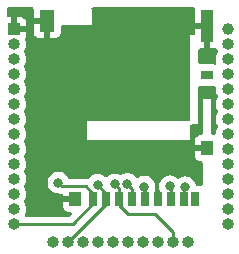
<source format=gtl>
G04 #@! TF.GenerationSoftware,KiCad,Pcbnew,6.0.9*
G04 #@! TF.CreationDate,2022-11-20T11:42:09+03:00*
G04 #@! TF.ProjectId,sd-card_adapter_esp32,73642d63-6172-4645-9f61-646170746572,rev?*
G04 #@! TF.SameCoordinates,Original*
G04 #@! TF.FileFunction,Copper,L1,Top*
G04 #@! TF.FilePolarity,Positive*
%FSLAX46Y46*%
G04 Gerber Fmt 4.6, Leading zero omitted, Abs format (unit mm)*
G04 Created by KiCad (PCBNEW 6.0.9) date 2022-11-20 11:42:09*
%MOMM*%
%LPD*%
G01*
G04 APERTURE LIST*
G04 #@! TA.AperFunction,ComponentPad*
%ADD10R,1.000000X1.000000*%
G04 #@! TD*
G04 #@! TA.AperFunction,ComponentPad*
%ADD11O,1.000000X1.000000*%
G04 #@! TD*
G04 #@! TA.AperFunction,ComponentPad*
%ADD12C,1.000000*%
G04 #@! TD*
G04 #@! TA.AperFunction,SMDPad,CuDef*
%ADD13R,1.300000X1.900000*%
G04 #@! TD*
G04 #@! TA.AperFunction,SMDPad,CuDef*
%ADD14R,1.000000X2.800000*%
G04 #@! TD*
G04 #@! TA.AperFunction,SMDPad,CuDef*
%ADD15R,1.000000X1.200000*%
G04 #@! TD*
G04 #@! TA.AperFunction,SMDPad,CuDef*
%ADD16R,1.000000X0.800000*%
G04 #@! TD*
G04 #@! TA.AperFunction,SMDPad,CuDef*
%ADD17R,0.700000X1.200000*%
G04 #@! TD*
G04 #@! TA.AperFunction,ViaPad*
%ADD18C,0.800000*%
G04 #@! TD*
G04 #@! TA.AperFunction,Conductor*
%ADD19C,0.250000*%
G04 #@! TD*
G04 APERTURE END LIST*
D10*
X102360000Y-63283750D03*
D11*
X102360000Y-64553750D03*
X102360000Y-65823750D03*
X102360000Y-67093750D03*
X102360000Y-68363750D03*
X102360000Y-69633750D03*
X102360000Y-70903750D03*
X102360000Y-72173750D03*
X102360000Y-73443750D03*
X102360000Y-74713750D03*
X102360000Y-75983750D03*
X102360000Y-77253750D03*
X102360000Y-78523750D03*
X102360000Y-79793750D03*
X105677500Y-81316250D03*
X106947500Y-81316250D03*
X108217500Y-81316250D03*
X109487500Y-81316250D03*
X110757500Y-81316250D03*
X112027500Y-81316250D03*
X113297500Y-81316250D03*
X114567500Y-81316250D03*
X115837500Y-81316250D03*
X117107500Y-81316250D03*
X120420000Y-79763750D03*
X120420000Y-78493750D03*
X120420000Y-77223750D03*
X120420000Y-75953750D03*
X120420000Y-74683750D03*
X120420000Y-73413750D03*
X120420000Y-72143750D03*
X120420000Y-70873750D03*
X120420000Y-69603750D03*
X120420000Y-68333750D03*
X120420000Y-67063750D03*
X120420000Y-65793750D03*
X120420000Y-64523750D03*
D12*
X120420000Y-63253750D03*
D13*
X105149998Y-62565000D03*
D14*
X118649998Y-63015000D03*
D15*
X118649998Y-73365000D03*
X107499998Y-77665000D03*
D16*
X118649998Y-67165000D03*
D17*
X117699998Y-77665000D03*
X116749998Y-77665000D03*
X115649998Y-77665000D03*
X114549998Y-77665000D03*
X113449998Y-77665000D03*
X112349998Y-77665000D03*
X111249998Y-77665000D03*
X110149998Y-77665000D03*
X109049998Y-77665000D03*
D18*
X106090000Y-76290000D03*
X109410609Y-76465592D03*
X110880000Y-76430000D03*
X113365000Y-76615000D03*
X115535000Y-76585000D03*
X116830000Y-76660000D03*
X111300000Y-68320000D03*
X104940000Y-67550000D03*
X111930000Y-76390000D03*
D19*
X109049998Y-77219998D02*
X109049998Y-77665000D01*
X107306250Y-79793750D02*
X102360000Y-79793750D01*
X108440000Y-76610000D02*
X109049998Y-77219998D01*
X109049998Y-78050002D02*
X107306250Y-79793750D01*
X106090000Y-76290000D02*
X106410000Y-76610000D01*
X106410000Y-76610000D02*
X108440000Y-76610000D01*
X109049998Y-77665000D02*
X109049998Y-78050002D01*
X109410609Y-76499391D02*
X109410609Y-76465592D01*
X106947500Y-81302500D02*
X110149998Y-78100002D01*
X110149998Y-77665000D02*
X110149998Y-77239998D01*
X109410000Y-76500000D02*
X109410609Y-76499391D01*
X106947500Y-81316250D02*
X106947500Y-81302500D01*
X110149998Y-78100002D02*
X110149998Y-77665000D01*
X110149998Y-77239998D02*
X109410000Y-76500000D01*
X111249998Y-77665000D02*
X111249998Y-76799998D01*
X112030000Y-78980000D02*
X111249998Y-78199998D01*
X115837500Y-81316250D02*
X115837500Y-80487500D01*
X114310000Y-78960000D02*
X112050000Y-78960000D01*
X111249998Y-76799998D02*
X110880000Y-76430000D01*
X112050000Y-78960000D02*
X112030000Y-78980000D01*
X115837500Y-80487500D02*
X114310000Y-78960000D01*
X111249998Y-78199998D02*
X111249998Y-77665000D01*
X113449998Y-76699998D02*
X113365000Y-76615000D01*
X113449998Y-77665000D02*
X113449998Y-76699998D01*
X115649998Y-76699998D02*
X115535000Y-76585000D01*
X115649998Y-77665000D02*
X115649998Y-76699998D01*
X116749998Y-76740002D02*
X116830000Y-76660000D01*
X116749998Y-77665000D02*
X116749998Y-76740002D01*
X112349998Y-76809998D02*
X111930000Y-76390000D01*
X112349998Y-77665000D02*
X112349998Y-76809998D01*
G04 #@! TA.AperFunction,Conductor*
G36*
X103934250Y-61458502D02*
G01*
X103980743Y-61512158D01*
X103991106Y-61566911D01*
X103991998Y-61566911D01*
X103991998Y-62292885D01*
X103996473Y-62308124D01*
X103997863Y-62309329D01*
X104005546Y-62311000D01*
X105277998Y-62311000D01*
X105346119Y-62331002D01*
X105392612Y-62384658D01*
X105403998Y-62437000D01*
X105403998Y-64004884D01*
X105408473Y-64020123D01*
X105409863Y-64021328D01*
X105417546Y-64022999D01*
X105844667Y-64022999D01*
X105851488Y-64022629D01*
X105902350Y-64017105D01*
X105917602Y-64013479D01*
X106038052Y-63968324D01*
X106053647Y-63959786D01*
X106155722Y-63883285D01*
X106168283Y-63870724D01*
X106244784Y-63768649D01*
X106253322Y-63753054D01*
X106298476Y-63632606D01*
X106302103Y-63617351D01*
X106307629Y-63566486D01*
X106307998Y-63559672D01*
X106307998Y-63091000D01*
X106328000Y-63022879D01*
X106381656Y-62976386D01*
X106433998Y-62965000D01*
X108899998Y-62965000D01*
X108899998Y-61615000D01*
X108894679Y-61615000D01*
X108890274Y-61599998D01*
X108890274Y-61529001D01*
X108928658Y-61469275D01*
X108993239Y-61439782D01*
X109011170Y-61438500D01*
X117516129Y-61438500D01*
X117584250Y-61458502D01*
X117630743Y-61512158D01*
X117641106Y-61566911D01*
X117641998Y-61566911D01*
X117641998Y-62742885D01*
X117646473Y-62758124D01*
X117647863Y-62759329D01*
X117655546Y-62761000D01*
X118777998Y-62761000D01*
X118846119Y-62781002D01*
X118892612Y-62834658D01*
X118903998Y-62887000D01*
X118903998Y-64904884D01*
X118908473Y-64920123D01*
X118909863Y-64921328D01*
X118917546Y-64922999D01*
X119194667Y-64922999D01*
X119201488Y-64922629D01*
X119252350Y-64917105D01*
X119267601Y-64913479D01*
X119345991Y-64884092D01*
X119416798Y-64878909D01*
X119479167Y-64912830D01*
X119502286Y-64944478D01*
X119568187Y-65072706D01*
X119572016Y-65077537D01*
X119573839Y-65079838D01*
X119574414Y-65081259D01*
X119575353Y-65082716D01*
X119575076Y-65082894D01*
X119600474Y-65145648D01*
X119587301Y-65215412D01*
X119583846Y-65221224D01*
X119488567Y-65394537D01*
X119486706Y-65400404D01*
X119486705Y-65400406D01*
X119473041Y-65443481D01*
X119428765Y-65583056D01*
X119406719Y-65779601D01*
X119423268Y-65976684D01*
X119424967Y-65982608D01*
X119465986Y-66125659D01*
X119465535Y-66196654D01*
X119426774Y-66256135D01*
X119362007Y-66285218D01*
X119300639Y-66278371D01*
X119267719Y-66266030D01*
X119267712Y-66266028D01*
X119260314Y-66263255D01*
X119198132Y-66256500D01*
X118101864Y-66256500D01*
X118089607Y-66257831D01*
X118019727Y-66245306D01*
X117967710Y-66196986D01*
X117949998Y-66132569D01*
X117949998Y-65046927D01*
X117970000Y-64978806D01*
X118023656Y-64932313D01*
X118089601Y-64921663D01*
X118098518Y-64922631D01*
X118105326Y-64923000D01*
X118377883Y-64923000D01*
X118393122Y-64918525D01*
X118394327Y-64917135D01*
X118395998Y-64909452D01*
X118395998Y-63287115D01*
X118391523Y-63271876D01*
X118390133Y-63270671D01*
X118382450Y-63269000D01*
X117660114Y-63269000D01*
X117644875Y-63273475D01*
X117643670Y-63274865D01*
X117641999Y-63282548D01*
X117641999Y-63639000D01*
X117621997Y-63707121D01*
X117568341Y-63753614D01*
X117515999Y-63765000D01*
X117249998Y-63765000D01*
X117249998Y-70939000D01*
X117229996Y-71007121D01*
X117176340Y-71053614D01*
X117123998Y-71065000D01*
X108549998Y-71065000D01*
X108549998Y-72665000D01*
X117249998Y-72665000D01*
X117249998Y-71491000D01*
X117270000Y-71422879D01*
X117323656Y-71376386D01*
X117375998Y-71365000D01*
X117949998Y-71365000D01*
X117949998Y-68197431D01*
X117970000Y-68129310D01*
X118023656Y-68082817D01*
X118089607Y-68072168D01*
X118101864Y-68073500D01*
X119198132Y-68073500D01*
X119201529Y-68073131D01*
X119252463Y-68067598D01*
X119252464Y-68067598D01*
X119260314Y-68066745D01*
X119266312Y-68064496D01*
X119336553Y-68068165D01*
X119394196Y-68109612D01*
X119420280Y-68175643D01*
X119420012Y-68201090D01*
X119406719Y-68319601D01*
X119423268Y-68516684D01*
X119477783Y-68706800D01*
X119568187Y-68882706D01*
X119572016Y-68887537D01*
X119573839Y-68889838D01*
X119574414Y-68891259D01*
X119575353Y-68892716D01*
X119575076Y-68892894D01*
X119600474Y-68955648D01*
X119587301Y-69025412D01*
X119583846Y-69031224D01*
X119488567Y-69204537D01*
X119486706Y-69210404D01*
X119486705Y-69210406D01*
X119473041Y-69253481D01*
X119428765Y-69393056D01*
X119406719Y-69589601D01*
X119423268Y-69786684D01*
X119477783Y-69976800D01*
X119568187Y-70152706D01*
X119572016Y-70157537D01*
X119573839Y-70159838D01*
X119574414Y-70161259D01*
X119575353Y-70162716D01*
X119575076Y-70162894D01*
X119600474Y-70225648D01*
X119587301Y-70295412D01*
X119583846Y-70301224D01*
X119488567Y-70474537D01*
X119486706Y-70480404D01*
X119486705Y-70480406D01*
X119473041Y-70523481D01*
X119428765Y-70663056D01*
X119406719Y-70859601D01*
X119423268Y-71056684D01*
X119477783Y-71246800D01*
X119480602Y-71252285D01*
X119544382Y-71376386D01*
X119568187Y-71422706D01*
X119572016Y-71427537D01*
X119573839Y-71429838D01*
X119574414Y-71431259D01*
X119575353Y-71432716D01*
X119575076Y-71432894D01*
X119600474Y-71495648D01*
X119587301Y-71565412D01*
X119583846Y-71571224D01*
X119488567Y-71744537D01*
X119486706Y-71750404D01*
X119486705Y-71750406D01*
X119473041Y-71793481D01*
X119428765Y-71933056D01*
X119406719Y-72129601D01*
X119407235Y-72135745D01*
X119407149Y-72141902D01*
X119404124Y-72141860D01*
X119392782Y-72198702D01*
X119343454Y-72249763D01*
X119274350Y-72266049D01*
X119253190Y-72262986D01*
X119201484Y-72257369D01*
X119194670Y-72257000D01*
X119175998Y-72257000D01*
X119107877Y-72236998D01*
X119061384Y-72183342D01*
X119049998Y-72131000D01*
X119049998Y-69165000D01*
X118299998Y-69165000D01*
X118299998Y-72131001D01*
X118279996Y-72199122D01*
X118226340Y-72245615D01*
X118173998Y-72257001D01*
X118105329Y-72257001D01*
X118098508Y-72257371D01*
X118047646Y-72262895D01*
X118032394Y-72266521D01*
X117911944Y-72311676D01*
X117896349Y-72320214D01*
X117794274Y-72396715D01*
X117781713Y-72409276D01*
X117705212Y-72511351D01*
X117696674Y-72526946D01*
X117651520Y-72647394D01*
X117647893Y-72662649D01*
X117642367Y-72713514D01*
X117641998Y-72720328D01*
X117641998Y-73092885D01*
X117646473Y-73108124D01*
X117647863Y-73109329D01*
X117655546Y-73111000D01*
X118777998Y-73111000D01*
X118846119Y-73131002D01*
X118892612Y-73184658D01*
X118903998Y-73237000D01*
X118903998Y-73493000D01*
X118883996Y-73561121D01*
X118830340Y-73607614D01*
X118777998Y-73619000D01*
X117660114Y-73619000D01*
X117644875Y-73623475D01*
X117643670Y-73624865D01*
X117641999Y-73632548D01*
X117641999Y-74009669D01*
X117642369Y-74016490D01*
X117647893Y-74067352D01*
X117651519Y-74082604D01*
X117696674Y-74203054D01*
X117705212Y-74218649D01*
X117781713Y-74320724D01*
X117794274Y-74333285D01*
X117896349Y-74409786D01*
X117911944Y-74418324D01*
X118032392Y-74463478D01*
X118047647Y-74467105D01*
X118098512Y-74472631D01*
X118105326Y-74473000D01*
X118173998Y-74473000D01*
X118242119Y-74493002D01*
X118288612Y-74546658D01*
X118299998Y-74599000D01*
X118299998Y-76438010D01*
X118279996Y-76506131D01*
X118226340Y-76552624D01*
X118160440Y-76562099D01*
X118160314Y-76563255D01*
X118101529Y-76556869D01*
X118098132Y-76556500D01*
X117843168Y-76556500D01*
X117775047Y-76536498D01*
X117728554Y-76482842D01*
X117723335Y-76469436D01*
X117706881Y-76418794D01*
X117664527Y-76288444D01*
X117569040Y-76123056D01*
X117554255Y-76106635D01*
X117445675Y-75986045D01*
X117445674Y-75986044D01*
X117441253Y-75981134D01*
X117286752Y-75868882D01*
X117280724Y-75866198D01*
X117280722Y-75866197D01*
X117118319Y-75793891D01*
X117118318Y-75793891D01*
X117112288Y-75791206D01*
X117018887Y-75771353D01*
X116931944Y-75752872D01*
X116931939Y-75752872D01*
X116925487Y-75751500D01*
X116734513Y-75751500D01*
X116728061Y-75752872D01*
X116728056Y-75752872D01*
X116641113Y-75771353D01*
X116547712Y-75791206D01*
X116541682Y-75793891D01*
X116541681Y-75793891D01*
X116379278Y-75866197D01*
X116379276Y-75866198D01*
X116373248Y-75868882D01*
X116306698Y-75917233D01*
X116239834Y-75941090D01*
X116170682Y-75925010D01*
X116149589Y-75909838D01*
X116146253Y-75906134D01*
X115991752Y-75793882D01*
X115985724Y-75791198D01*
X115985722Y-75791197D01*
X115823319Y-75718891D01*
X115823318Y-75718891D01*
X115817288Y-75716206D01*
X115723887Y-75696353D01*
X115636944Y-75677872D01*
X115636939Y-75677872D01*
X115630487Y-75676500D01*
X115439513Y-75676500D01*
X115433061Y-75677872D01*
X115433056Y-75677872D01*
X115346113Y-75696353D01*
X115252712Y-75716206D01*
X115246682Y-75718891D01*
X115246681Y-75718891D01*
X115084278Y-75791197D01*
X115084276Y-75791198D01*
X115078248Y-75793882D01*
X114923747Y-75906134D01*
X114919326Y-75911044D01*
X114919325Y-75911045D01*
X114849159Y-75988973D01*
X114795960Y-76048056D01*
X114741370Y-76142608D01*
X114706998Y-76202143D01*
X114700473Y-76213444D01*
X114641458Y-76395072D01*
X114640768Y-76401633D01*
X114640768Y-76401635D01*
X114626594Y-76536498D01*
X114621496Y-76585000D01*
X114641458Y-76774928D01*
X114700473Y-76956556D01*
X114703776Y-76962278D01*
X114703777Y-76962279D01*
X114774617Y-77084977D01*
X114791498Y-77147977D01*
X114791498Y-77793000D01*
X114771496Y-77861121D01*
X114717840Y-77907614D01*
X114665498Y-77919000D01*
X114434498Y-77919000D01*
X114366377Y-77898998D01*
X114319884Y-77845342D01*
X114308498Y-77793000D01*
X114308498Y-77016866D01*
X114307446Y-77007186D01*
X114302596Y-76962534D01*
X114302596Y-76962532D01*
X114301743Y-76954684D01*
X114299299Y-76948165D01*
X114295998Y-76920014D01*
X114295998Y-76575116D01*
X114285224Y-76538422D01*
X114270040Y-76514797D01*
X114265625Y-76492466D01*
X114264308Y-76479928D01*
X114258542Y-76425072D01*
X114199527Y-76243444D01*
X114182207Y-76213444D01*
X114107341Y-76083774D01*
X114104040Y-76078056D01*
X114082177Y-76053774D01*
X113980675Y-75941045D01*
X113980674Y-75941044D01*
X113976253Y-75936134D01*
X113821752Y-75823882D01*
X113815724Y-75821198D01*
X113815722Y-75821197D01*
X113653319Y-75748891D01*
X113653318Y-75748891D01*
X113647288Y-75746206D01*
X113553888Y-75726353D01*
X113466944Y-75707872D01*
X113466939Y-75707872D01*
X113460487Y-75706500D01*
X113269513Y-75706500D01*
X113263061Y-75707872D01*
X113263056Y-75707872D01*
X113176112Y-75726353D01*
X113082712Y-75746206D01*
X113076682Y-75748891D01*
X113076681Y-75748891D01*
X112914278Y-75821197D01*
X112914276Y-75821198D01*
X112908248Y-75823882D01*
X112839187Y-75874058D01*
X112772322Y-75897915D01*
X112703170Y-75881835D01*
X112669966Y-75852222D01*
X112669040Y-75853056D01*
X112545675Y-75716045D01*
X112545674Y-75716044D01*
X112541253Y-75711134D01*
X112441807Y-75638882D01*
X112392094Y-75602763D01*
X112392093Y-75602762D01*
X112386752Y-75598882D01*
X112380724Y-75596198D01*
X112380722Y-75596197D01*
X112218319Y-75523891D01*
X112218318Y-75523891D01*
X112212288Y-75521206D01*
X112118888Y-75501353D01*
X112031944Y-75482872D01*
X112031939Y-75482872D01*
X112025487Y-75481500D01*
X111834513Y-75481500D01*
X111828061Y-75482872D01*
X111828056Y-75482872D01*
X111741112Y-75501353D01*
X111647712Y-75521206D01*
X111641682Y-75523891D01*
X111641681Y-75523891D01*
X111479278Y-75596197D01*
X111479276Y-75596198D01*
X111473248Y-75598882D01*
X111446100Y-75618606D01*
X111379235Y-75642463D01*
X111320793Y-75631776D01*
X111168323Y-75563892D01*
X111168315Y-75563889D01*
X111162288Y-75561206D01*
X111068887Y-75541353D01*
X110981944Y-75522872D01*
X110981939Y-75522872D01*
X110975487Y-75521500D01*
X110784513Y-75521500D01*
X110778061Y-75522872D01*
X110778056Y-75522872D01*
X110691113Y-75541353D01*
X110597712Y-75561206D01*
X110591682Y-75563891D01*
X110591681Y-75563891D01*
X110429278Y-75636197D01*
X110429276Y-75636198D01*
X110423248Y-75638882D01*
X110268747Y-75751134D01*
X110222915Y-75802036D01*
X110162472Y-75839274D01*
X110091488Y-75837923D01*
X110035644Y-75802033D01*
X110031800Y-75797763D01*
X110021862Y-75786726D01*
X109913329Y-75707872D01*
X109872703Y-75678355D01*
X109872702Y-75678354D01*
X109867361Y-75674474D01*
X109861333Y-75671790D01*
X109861331Y-75671789D01*
X109698928Y-75599483D01*
X109698927Y-75599483D01*
X109692897Y-75596798D01*
X109599497Y-75576945D01*
X109512553Y-75558464D01*
X109512548Y-75558464D01*
X109506096Y-75557092D01*
X109315122Y-75557092D01*
X109308670Y-75558464D01*
X109308665Y-75558464D01*
X109221721Y-75576945D01*
X109128321Y-75596798D01*
X109122291Y-75599483D01*
X109122290Y-75599483D01*
X108959887Y-75671789D01*
X108959885Y-75671790D01*
X108953857Y-75674474D01*
X108948516Y-75678354D01*
X108948515Y-75678355D01*
X108907889Y-75707872D01*
X108799356Y-75786726D01*
X108794935Y-75791636D01*
X108794934Y-75791637D01*
X108785573Y-75802034D01*
X108671569Y-75928648D01*
X108669039Y-75933030D01*
X108613270Y-75976032D01*
X108536225Y-75980658D01*
X108527709Y-75978471D01*
X108527705Y-75978470D01*
X108520030Y-75976500D01*
X108499776Y-75976500D01*
X108480065Y-75974949D01*
X108467886Y-75973020D01*
X108460057Y-75971780D01*
X108452165Y-75972526D01*
X108416039Y-75975941D01*
X108404181Y-75976500D01*
X107030792Y-75976500D01*
X106962671Y-75956498D01*
X106921673Y-75913500D01*
X106832342Y-75758774D01*
X106832339Y-75758769D01*
X106829040Y-75753056D01*
X106726238Y-75638882D01*
X106705675Y-75616045D01*
X106705674Y-75616044D01*
X106701253Y-75611134D01*
X106546752Y-75498882D01*
X106540724Y-75496198D01*
X106540722Y-75496197D01*
X106378319Y-75423891D01*
X106378318Y-75423891D01*
X106372288Y-75421206D01*
X106278888Y-75401353D01*
X106191944Y-75382872D01*
X106191939Y-75382872D01*
X106185487Y-75381500D01*
X105994513Y-75381500D01*
X105988061Y-75382872D01*
X105988056Y-75382872D01*
X105901112Y-75401353D01*
X105807712Y-75421206D01*
X105801682Y-75423891D01*
X105801681Y-75423891D01*
X105639278Y-75496197D01*
X105639276Y-75496198D01*
X105633248Y-75498882D01*
X105478747Y-75611134D01*
X105474326Y-75616044D01*
X105474325Y-75616045D01*
X105453763Y-75638882D01*
X105350960Y-75753056D01*
X105311619Y-75821197D01*
X105260964Y-75908934D01*
X105255473Y-75918444D01*
X105196458Y-76100072D01*
X105176496Y-76290000D01*
X105177186Y-76296565D01*
X105190033Y-76418794D01*
X105196458Y-76479928D01*
X105255473Y-76661556D01*
X105350960Y-76826944D01*
X105355378Y-76831851D01*
X105355379Y-76831852D01*
X105462004Y-76950271D01*
X105478747Y-76968866D01*
X105531490Y-77007186D01*
X105591814Y-77051014D01*
X105633248Y-77081118D01*
X105639276Y-77083802D01*
X105639278Y-77083803D01*
X105801681Y-77156109D01*
X105807712Y-77158794D01*
X105901112Y-77178647D01*
X105988056Y-77197128D01*
X105988061Y-77197128D01*
X105994513Y-77198500D01*
X106140482Y-77198500D01*
X106174601Y-77205009D01*
X106174938Y-77203695D01*
X106194558Y-77208732D01*
X106213266Y-77215137D01*
X106231855Y-77223181D01*
X106239680Y-77224420D01*
X106239682Y-77224421D01*
X106275519Y-77230097D01*
X106287140Y-77232504D01*
X106322289Y-77241528D01*
X106329970Y-77243500D01*
X106350231Y-77243500D01*
X106369940Y-77245051D01*
X106378860Y-77246464D01*
X106385707Y-77247548D01*
X106449860Y-77277959D01*
X106487388Y-77338227D01*
X106491998Y-77371997D01*
X106491998Y-77392885D01*
X106496473Y-77408124D01*
X106497863Y-77409329D01*
X106505546Y-77411000D01*
X107627998Y-77411000D01*
X107696119Y-77431002D01*
X107742612Y-77484658D01*
X107753998Y-77537000D01*
X107753998Y-77793000D01*
X107733996Y-77861121D01*
X107680340Y-77907614D01*
X107627998Y-77919000D01*
X106510114Y-77919000D01*
X106494875Y-77923475D01*
X106493670Y-77924865D01*
X106491999Y-77932548D01*
X106491999Y-78309669D01*
X106492369Y-78316490D01*
X106497893Y-78367352D01*
X106501519Y-78382604D01*
X106546674Y-78503054D01*
X106555212Y-78518649D01*
X106631713Y-78620724D01*
X106644274Y-78633285D01*
X106746349Y-78709786D01*
X106761944Y-78718324D01*
X106882392Y-78763478D01*
X106897647Y-78767105D01*
X106948512Y-78772631D01*
X106955326Y-78773000D01*
X107126904Y-78773000D01*
X107195025Y-78793002D01*
X107241518Y-78846658D01*
X107251622Y-78916932D01*
X107222128Y-78981512D01*
X107215999Y-78988095D01*
X107080749Y-79123345D01*
X107018437Y-79157371D01*
X106991654Y-79160250D01*
X103374826Y-79160250D01*
X103306705Y-79140248D01*
X103260212Y-79086592D01*
X103250108Y-79016318D01*
X103265269Y-78972016D01*
X103285769Y-78935929D01*
X103348197Y-78748263D01*
X103372985Y-78552045D01*
X103373380Y-78523750D01*
X103354080Y-78326917D01*
X103296916Y-78137581D01*
X103204066Y-77962954D01*
X103200167Y-77958174D01*
X103199715Y-77957493D01*
X103178676Y-77889685D01*
X103195105Y-77825525D01*
X103282723Y-77671292D01*
X103282725Y-77671287D01*
X103285769Y-77665929D01*
X103348197Y-77478263D01*
X103372985Y-77282045D01*
X103373380Y-77253750D01*
X103354080Y-77056917D01*
X103296916Y-76867581D01*
X103204066Y-76692954D01*
X103200167Y-76688174D01*
X103199715Y-76687493D01*
X103178676Y-76619685D01*
X103195105Y-76555525D01*
X103282723Y-76401292D01*
X103282725Y-76401287D01*
X103285769Y-76395929D01*
X103348197Y-76208263D01*
X103372985Y-76012045D01*
X103373380Y-75983750D01*
X103354080Y-75786917D01*
X103343277Y-75751134D01*
X103310557Y-75642763D01*
X103296916Y-75597581D01*
X103204066Y-75422954D01*
X103200167Y-75418174D01*
X103199715Y-75417493D01*
X103178676Y-75349685D01*
X103195105Y-75285525D01*
X103282723Y-75131292D01*
X103282725Y-75131287D01*
X103285769Y-75125929D01*
X103348197Y-74938263D01*
X103372985Y-74742045D01*
X103373380Y-74713750D01*
X103354080Y-74516917D01*
X103296916Y-74327581D01*
X103204066Y-74152954D01*
X103200167Y-74148174D01*
X103199715Y-74147493D01*
X103178676Y-74079685D01*
X103195105Y-74015525D01*
X103282723Y-73861292D01*
X103282725Y-73861287D01*
X103285769Y-73855929D01*
X103348197Y-73668263D01*
X103372985Y-73472045D01*
X103373380Y-73443750D01*
X103354080Y-73246917D01*
X103296916Y-73057581D01*
X103204066Y-72882954D01*
X103200167Y-72878174D01*
X103199715Y-72877493D01*
X103178676Y-72809685D01*
X103195105Y-72745525D01*
X103282723Y-72591292D01*
X103282725Y-72591287D01*
X103285769Y-72585929D01*
X103348197Y-72398263D01*
X103372985Y-72202045D01*
X103373380Y-72173750D01*
X103354080Y-71976917D01*
X103296916Y-71787581D01*
X103204066Y-71612954D01*
X103200167Y-71608174D01*
X103199715Y-71607493D01*
X103178676Y-71539685D01*
X103195105Y-71475525D01*
X103282723Y-71321292D01*
X103282725Y-71321287D01*
X103285769Y-71315929D01*
X103348197Y-71128263D01*
X103372985Y-70932045D01*
X103373380Y-70903750D01*
X103354080Y-70706917D01*
X103296916Y-70517581D01*
X103204066Y-70342954D01*
X103200167Y-70338174D01*
X103199715Y-70337493D01*
X103178676Y-70269685D01*
X103195105Y-70205525D01*
X103282723Y-70051292D01*
X103282725Y-70051287D01*
X103285769Y-70045929D01*
X103348197Y-69858263D01*
X103372985Y-69662045D01*
X103373380Y-69633750D01*
X103354080Y-69436917D01*
X103296916Y-69247581D01*
X103204066Y-69072954D01*
X103200167Y-69068174D01*
X103199715Y-69067493D01*
X103178676Y-68999685D01*
X103195105Y-68935525D01*
X103282723Y-68781292D01*
X103282725Y-68781287D01*
X103285769Y-68775929D01*
X103348197Y-68588263D01*
X103372985Y-68392045D01*
X103373380Y-68363750D01*
X103354080Y-68166917D01*
X103296916Y-67977581D01*
X103204066Y-67802954D01*
X103200167Y-67798174D01*
X103199715Y-67797493D01*
X103178676Y-67729685D01*
X103195105Y-67665525D01*
X103282723Y-67511292D01*
X103282725Y-67511287D01*
X103285769Y-67505929D01*
X103348197Y-67318263D01*
X103372985Y-67122045D01*
X103373380Y-67093750D01*
X103354080Y-66896917D01*
X103296916Y-66707581D01*
X103204066Y-66532954D01*
X103200167Y-66528174D01*
X103199715Y-66527493D01*
X103178676Y-66459685D01*
X103195105Y-66395525D01*
X103282723Y-66241292D01*
X103282725Y-66241287D01*
X103285769Y-66235929D01*
X103348197Y-66048263D01*
X103372985Y-65852045D01*
X103373380Y-65823750D01*
X103354080Y-65626917D01*
X103296916Y-65437581D01*
X103204066Y-65262954D01*
X103200167Y-65258174D01*
X103199715Y-65257493D01*
X103178676Y-65189685D01*
X103195105Y-65125525D01*
X103282723Y-64971292D01*
X103282725Y-64971287D01*
X103285769Y-64965929D01*
X103348197Y-64778263D01*
X103372985Y-64582045D01*
X103373380Y-64553750D01*
X103354080Y-64356917D01*
X103296916Y-64167581D01*
X103294022Y-64162137D01*
X103291973Y-64157167D01*
X103284509Y-64086564D01*
X103302145Y-64046179D01*
X103300479Y-64045267D01*
X103313323Y-64021808D01*
X103358478Y-63901356D01*
X103362105Y-63886101D01*
X103367631Y-63835236D01*
X103368000Y-63828422D01*
X103368000Y-63559669D01*
X103991999Y-63559669D01*
X103992369Y-63566490D01*
X103997893Y-63617352D01*
X104001519Y-63632604D01*
X104046674Y-63753054D01*
X104055212Y-63768649D01*
X104131713Y-63870724D01*
X104144274Y-63883285D01*
X104246349Y-63959786D01*
X104261944Y-63968324D01*
X104382392Y-64013478D01*
X104397647Y-64017105D01*
X104448512Y-64022631D01*
X104455326Y-64023000D01*
X104877883Y-64023000D01*
X104893122Y-64018525D01*
X104894327Y-64017135D01*
X104895998Y-64009452D01*
X104895998Y-62837115D01*
X104891523Y-62821876D01*
X104890133Y-62820671D01*
X104882450Y-62819000D01*
X104010114Y-62819000D01*
X103994875Y-62823475D01*
X103993670Y-62824865D01*
X103991999Y-62832548D01*
X103991999Y-63559669D01*
X103368000Y-63559669D01*
X103368000Y-63555865D01*
X103363525Y-63540626D01*
X103362135Y-63539421D01*
X103354452Y-63537750D01*
X102232000Y-63537750D01*
X102163879Y-63517748D01*
X102117386Y-63464092D01*
X102106000Y-63411750D01*
X102106000Y-63011635D01*
X102614000Y-63011635D01*
X102618475Y-63026874D01*
X102619865Y-63028079D01*
X102627548Y-63029750D01*
X103349884Y-63029750D01*
X103365123Y-63025275D01*
X103366328Y-63023885D01*
X103367999Y-63016202D01*
X103367999Y-62739081D01*
X103367629Y-62732260D01*
X103362105Y-62681398D01*
X103358479Y-62666146D01*
X103313324Y-62545696D01*
X103304786Y-62530101D01*
X103228285Y-62428026D01*
X103215724Y-62415465D01*
X103113649Y-62338964D01*
X103098054Y-62330426D01*
X102977606Y-62285272D01*
X102962351Y-62281645D01*
X102911486Y-62276119D01*
X102904672Y-62275750D01*
X102632115Y-62275750D01*
X102616876Y-62280225D01*
X102615671Y-62281615D01*
X102614000Y-62289298D01*
X102614000Y-63011635D01*
X102106000Y-63011635D01*
X102106000Y-62293866D01*
X102101525Y-62278627D01*
X102100135Y-62277422D01*
X102092452Y-62275751D01*
X101884500Y-62275751D01*
X101816379Y-62255749D01*
X101769886Y-62202093D01*
X101758500Y-62149751D01*
X101758500Y-61564500D01*
X101778502Y-61496379D01*
X101832158Y-61449886D01*
X101884500Y-61438500D01*
X103866129Y-61438500D01*
X103934250Y-61458502D01*
G37*
G04 #@! TD.AperFunction*
M02*

</source>
